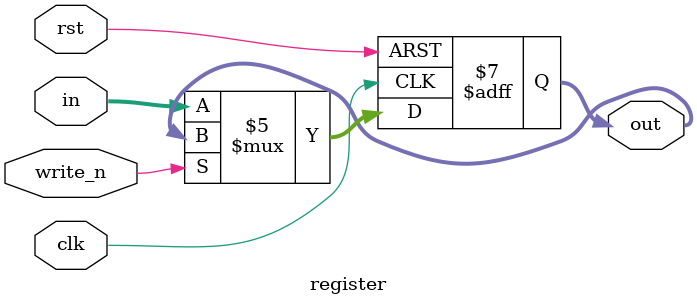
<source format=v>
/*///////////////////////////////////////////////////////////////
                     
 Verilog 入門 練習1-1 
 
 3つの1ビットの入力clk, rst, write_nと1つの32ビットの入力in、1つの32ビットの出力outを持ち、
 内部で値を保持してその値をoutに出力するモジュールregisterを作成せよ。
 clkの立ち上がりでwrite_nが0であれば内部の値をinとし、それ以外では値を保持する。
 初期値は0で、rstが立ち下がると0にリセットされるものとする。

///////////////////////////////////////////////////////////////*/

//`timescale 1ns/1ns
`define ANSWER

//↓ここにモジュールを書く

module register(input clk, input rst, input write_n, input[31:0] in, output reg[31:0] out);
	always@(posedge clk or negedge rst)begin
		if(!rst) begin
			out <= 0;
		end else if(!write_n) begin
			out <= in;
		end else begin
			out <= out;
		end
	end
endmodule

//↑ここにモジュールを書く

`include "../p4/q1.v"
/*
module top;
    reg clk, rst, write_n;
	reg[31:0] in;
    wire[31:0] out;
	integer i;
    register i_register(.clk(clk), .rst(rst), .write_n(write_n), .in(in), .out(out));

    always@(clk, rst, write_n, in)begin
        #5
        $display("%d rst=%d write_n=%b in=%10d out=%10d", $time(), rst, write_n, in, out);
    end

    initial begin
        #0
        clk <= 0;
		rst <= 1;
		write_n <= 1;
        #5
		rst <= 0;
		#5
		rst <= 1;
		for(i = 0; i < 10; i = i+1) #10 clk <= ~clk;
		#10
		write_n <= 0;
		in <= 123;
		clk <= ~clk;
		#10
		write_n <= 1;
		clk <= ~clk;
		for(i = 0; i < 10; i = i+1) #10 clk <= ~clk;
		#5
		rst <= 0;
		#5
		rst <= 1;
		for(i = 0; i < 10; i = i+1) #10 clk <= ~clk;
		#10
		write_n <= 0;
		in <= 546;
		clk <= ~clk;
		#10
		write_n <= 1;
		clk <= ~clk;
		for(i = 0; i < 10; i = i+1) #10 clk <= ~clk;
        $finish();
    end
endmodule
*/
</source>
